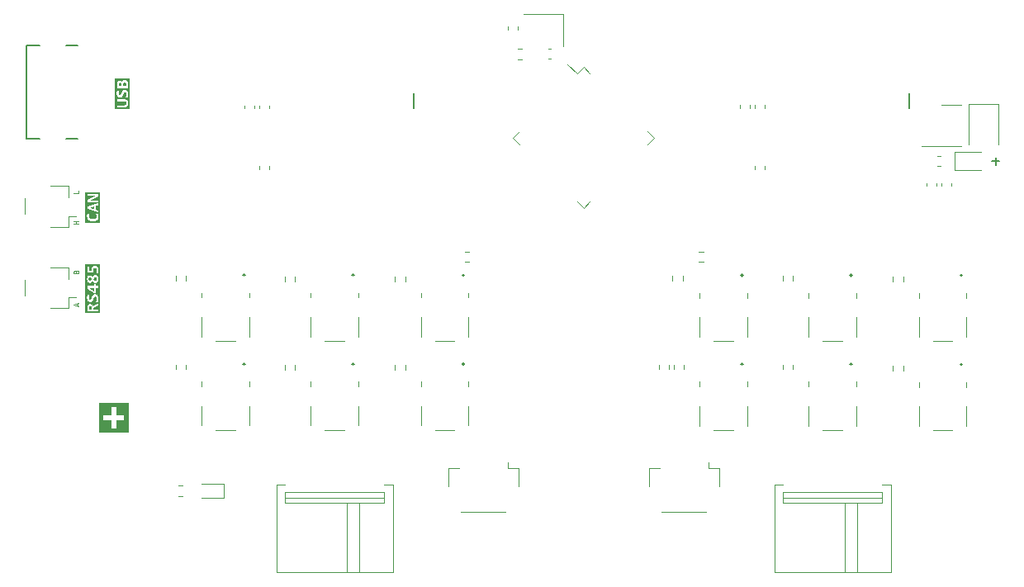
<source format=gbr>
%TF.GenerationSoftware,KiCad,Pcbnew,7.0.9*%
%TF.CreationDate,2024-01-31T13:13:56+08:00*%
%TF.ProjectId,MotorKit,4d6f746f-724b-4697-942e-6b696361645f,rev?*%
%TF.SameCoordinates,Original*%
%TF.FileFunction,Legend,Top*%
%TF.FilePolarity,Positive*%
%FSLAX46Y46*%
G04 Gerber Fmt 4.6, Leading zero omitted, Abs format (unit mm)*
G04 Created by KiCad (PCBNEW 7.0.9) date 2024-01-31 13:13:56*
%MOMM*%
%LPD*%
G01*
G04 APERTURE LIST*
%ADD10C,0.150000*%
%ADD11C,0.100000*%
%ADD12C,0.200000*%
%ADD13C,0.600000*%
%ADD14C,0.120000*%
G04 APERTURE END LIST*
D10*
X195154779Y-88896866D02*
X195916684Y-88896866D01*
X195535731Y-89277819D02*
X195535731Y-88515914D01*
D11*
X101533609Y-95319163D02*
X101033609Y-95319163D01*
X101271704Y-95319163D02*
X101271704Y-95033449D01*
X101533609Y-95033449D02*
X101033609Y-95033449D01*
X101271704Y-100232496D02*
X101295514Y-100161068D01*
X101295514Y-100161068D02*
X101319323Y-100137258D01*
X101319323Y-100137258D02*
X101366942Y-100113449D01*
X101366942Y-100113449D02*
X101438371Y-100113449D01*
X101438371Y-100113449D02*
X101485990Y-100137258D01*
X101485990Y-100137258D02*
X101509800Y-100161068D01*
X101509800Y-100161068D02*
X101533609Y-100208687D01*
X101533609Y-100208687D02*
X101533609Y-100399163D01*
X101533609Y-100399163D02*
X101033609Y-100399163D01*
X101033609Y-100399163D02*
X101033609Y-100232496D01*
X101033609Y-100232496D02*
X101057419Y-100184877D01*
X101057419Y-100184877D02*
X101081228Y-100161068D01*
X101081228Y-100161068D02*
X101128847Y-100137258D01*
X101128847Y-100137258D02*
X101176466Y-100137258D01*
X101176466Y-100137258D02*
X101224085Y-100161068D01*
X101224085Y-100161068D02*
X101247895Y-100184877D01*
X101247895Y-100184877D02*
X101271704Y-100232496D01*
X101271704Y-100232496D02*
X101271704Y-100399163D01*
X101533609Y-91906068D02*
X101533609Y-92144163D01*
X101533609Y-92144163D02*
X101033609Y-92144163D01*
D12*
G36*
X102750185Y-103759726D02*
G01*
X102764449Y-103760653D01*
X102778102Y-103762692D01*
X102791145Y-103765844D01*
X102803576Y-103770108D01*
X102815397Y-103775484D01*
X102819160Y-103777475D01*
X102829996Y-103784072D01*
X102840156Y-103791608D01*
X102849639Y-103800081D01*
X102858447Y-103809492D01*
X102866579Y-103819841D01*
X102871542Y-103827237D01*
X102878404Y-103839022D01*
X102884569Y-103851635D01*
X102890037Y-103865077D01*
X102894059Y-103876912D01*
X102897597Y-103889323D01*
X102898837Y-103894401D01*
X102901586Y-103907425D01*
X102903835Y-103920919D01*
X102905584Y-103934882D01*
X102906834Y-103949314D01*
X102907584Y-103964216D01*
X102907834Y-103979588D01*
X102907834Y-104066751D01*
X102590201Y-104066751D01*
X102590201Y-103972453D01*
X102590342Y-103959363D01*
X102590768Y-103946688D01*
X102591937Y-103928459D01*
X102593745Y-103911167D01*
X102596190Y-103894813D01*
X102599274Y-103879397D01*
X102602995Y-103864919D01*
X102607354Y-103851378D01*
X102612352Y-103838776D01*
X102617987Y-103827111D01*
X102626493Y-103813017D01*
X102628787Y-103809734D01*
X102638881Y-103797647D01*
X102650438Y-103787226D01*
X102663458Y-103778473D01*
X102677943Y-103771387D01*
X102689766Y-103767167D01*
X102702413Y-103763884D01*
X102715884Y-103761540D01*
X102730178Y-103760133D01*
X102745295Y-103759664D01*
X102750185Y-103759726D01*
G37*
G36*
X103126206Y-102198486D02*
G01*
X102614085Y-101874029D01*
X103126206Y-101874029D01*
X103126206Y-102198486D01*
G37*
G36*
X103274338Y-100786411D02*
G01*
X103287417Y-100787982D01*
X103299754Y-100790599D01*
X103313211Y-100794975D01*
X103325657Y-100800777D01*
X103332259Y-100804669D01*
X103343111Y-100812296D01*
X103353073Y-100820962D01*
X103362144Y-100830667D01*
X103370325Y-100841412D01*
X103376522Y-100851255D01*
X103382954Y-100863511D01*
X103388524Y-100876599D01*
X103392613Y-100888478D01*
X103396070Y-100900968D01*
X103397047Y-100905249D01*
X103399599Y-100918280D01*
X103401583Y-100931595D01*
X103403001Y-100945194D01*
X103403852Y-100959076D01*
X103404135Y-100973242D01*
X103403813Y-100988828D01*
X103402848Y-101003830D01*
X103401240Y-101018250D01*
X103398988Y-101032085D01*
X103396093Y-101045338D01*
X103392554Y-101058007D01*
X103388372Y-101070092D01*
X103383546Y-101081594D01*
X103376112Y-101096023D01*
X103367533Y-101109414D01*
X103365193Y-101112582D01*
X103355187Y-101124248D01*
X103344144Y-101134305D01*
X103332064Y-101142753D01*
X103318946Y-101149592D01*
X103304791Y-101154821D01*
X103289600Y-101158442D01*
X103273370Y-101160453D01*
X103260518Y-101160906D01*
X103258199Y-101160893D01*
X103244589Y-101160282D01*
X103231503Y-101158756D01*
X103218940Y-101156313D01*
X103206901Y-101152954D01*
X103193517Y-101147878D01*
X103184243Y-101143579D01*
X103171692Y-101136798D01*
X103159646Y-101129126D01*
X103148105Y-101120564D01*
X103138614Y-101112516D01*
X103135490Y-101109694D01*
X103126323Y-101100865D01*
X103117460Y-101091490D01*
X103108904Y-101081570D01*
X103100652Y-101071105D01*
X103092706Y-101060094D01*
X103090118Y-101056319D01*
X103082470Y-101044818D01*
X103074996Y-101033055D01*
X103067697Y-101021030D01*
X103060572Y-101008744D01*
X103053622Y-100996196D01*
X103056224Y-100990862D01*
X103062759Y-100977676D01*
X103069340Y-100964702D01*
X103075966Y-100951940D01*
X103082638Y-100939390D01*
X103089355Y-100927052D01*
X103096118Y-100914926D01*
X103102964Y-100903149D01*
X103109931Y-100891856D01*
X103117019Y-100881048D01*
X103124229Y-100870724D01*
X103133040Y-100858976D01*
X103142026Y-100847926D01*
X103145070Y-100844368D01*
X103154433Y-100834277D01*
X103164146Y-100825059D01*
X103174208Y-100816713D01*
X103184619Y-100809239D01*
X103195378Y-100802638D01*
X103199013Y-100800610D01*
X103210267Y-100795310D01*
X103222045Y-100791188D01*
X103234346Y-100788243D01*
X103247170Y-100786477D01*
X103260518Y-100785888D01*
X103274338Y-100786411D01*
G37*
G36*
X102678280Y-100800971D02*
G01*
X102692467Y-100802243D01*
X102706091Y-100804703D01*
X102719151Y-100808350D01*
X102731647Y-100813184D01*
X102738480Y-100816335D01*
X102750113Y-100822454D01*
X102761330Y-100829346D01*
X102772132Y-100837009D01*
X102782518Y-100845444D01*
X102789697Y-100851837D01*
X102799442Y-100861424D01*
X102808831Y-100871752D01*
X102817864Y-100882823D01*
X102825324Y-100892903D01*
X102827758Y-100896332D01*
X102834959Y-100906823D01*
X102842007Y-100917619D01*
X102848903Y-100928720D01*
X102855646Y-100940127D01*
X102862236Y-100951839D01*
X102859832Y-100956822D01*
X102853822Y-100969122D01*
X102847812Y-100981195D01*
X102841802Y-100993041D01*
X102840170Y-100996196D01*
X102835792Y-101004659D01*
X102829782Y-101016050D01*
X102823773Y-101027214D01*
X102821319Y-101031598D01*
X102813827Y-101044314D01*
X102806139Y-101056375D01*
X102798255Y-101067781D01*
X102790174Y-101078534D01*
X102781897Y-101088632D01*
X102776251Y-101094971D01*
X102766066Y-101105226D01*
X102755496Y-101114411D01*
X102744540Y-101122528D01*
X102733198Y-101129577D01*
X102726495Y-101133066D01*
X102714228Y-101138053D01*
X102701278Y-101141616D01*
X102687646Y-101143753D01*
X102673331Y-101144466D01*
X102658457Y-101143773D01*
X102644542Y-101141693D01*
X102631587Y-101138228D01*
X102619591Y-101133376D01*
X102608555Y-101127139D01*
X102598479Y-101119515D01*
X102589362Y-101110505D01*
X102581205Y-101100109D01*
X102579316Y-101097281D01*
X102572358Y-101085241D01*
X102566361Y-101072039D01*
X102561323Y-101057673D01*
X102557244Y-101042145D01*
X102554815Y-101029735D01*
X102552926Y-101016670D01*
X102551576Y-101002952D01*
X102550766Y-100988579D01*
X102550497Y-100973552D01*
X102550527Y-100968356D01*
X102550976Y-100953230D01*
X102551966Y-100938796D01*
X102553495Y-100925055D01*
X102555565Y-100912006D01*
X102558174Y-100899649D01*
X102562492Y-100884252D01*
X102567770Y-100870085D01*
X102574008Y-100857149D01*
X102581205Y-100845444D01*
X102587150Y-100837462D01*
X102595840Y-100828040D01*
X102605403Y-100820013D01*
X102618583Y-100811944D01*
X102630108Y-100807058D01*
X102642506Y-100803569D01*
X102655776Y-100801475D01*
X102669919Y-100800777D01*
X102678280Y-100800971D01*
G37*
G36*
X103744381Y-104462830D02*
G01*
X102210251Y-104462830D01*
X102210251Y-104281401D01*
X102411532Y-104281401D01*
X103543100Y-104281401D01*
X103543100Y-104066751D01*
X103066650Y-104066751D01*
X103066650Y-104025806D01*
X103066676Y-104022388D01*
X103067309Y-104008997D01*
X103068785Y-103996051D01*
X103071104Y-103983552D01*
X103074266Y-103971498D01*
X103079405Y-103957058D01*
X103085862Y-103943315D01*
X103093636Y-103930268D01*
X103097073Y-103925259D01*
X103106554Y-103913351D01*
X103117308Y-103902322D01*
X103126827Y-103894131D01*
X103137160Y-103886502D01*
X103148307Y-103879436D01*
X103160269Y-103872931D01*
X103173045Y-103866989D01*
X103543100Y-103706622D01*
X103543100Y-103454439D01*
X103157225Y-103636830D01*
X103152647Y-103639001D01*
X103139341Y-103645520D01*
X103126678Y-103652044D01*
X103114659Y-103658573D01*
X103103283Y-103665108D01*
X103092551Y-103671648D01*
X103079242Y-103680377D01*
X103067077Y-103689116D01*
X103056055Y-103697864D01*
X103046178Y-103706622D01*
X103041638Y-103710992D01*
X103031273Y-103722163D01*
X103022317Y-103733681D01*
X103014770Y-103745548D01*
X103008632Y-103757763D01*
X103003901Y-103770327D01*
X103000580Y-103783239D01*
X102998210Y-103769871D01*
X102995442Y-103756756D01*
X102992278Y-103743893D01*
X102988715Y-103731282D01*
X102984756Y-103718923D01*
X102980398Y-103706816D01*
X102975644Y-103694961D01*
X102970492Y-103683358D01*
X102966361Y-103674865D01*
X102960490Y-103663897D01*
X102952564Y-103650759D01*
X102943987Y-103638258D01*
X102934758Y-103626392D01*
X102924879Y-103615163D01*
X102914348Y-103604570D01*
X102905454Y-103596505D01*
X102893751Y-103587078D01*
X102881396Y-103578378D01*
X102868390Y-103570406D01*
X102854733Y-103563160D01*
X102843339Y-103557887D01*
X102831527Y-103553079D01*
X102819289Y-103548789D01*
X102806615Y-103545072D01*
X102793505Y-103541926D01*
X102779958Y-103539353D01*
X102765976Y-103537351D01*
X102751557Y-103535921D01*
X102736702Y-103535064D01*
X102721410Y-103534778D01*
X102710812Y-103534891D01*
X102695300Y-103535489D01*
X102680252Y-103536600D01*
X102665668Y-103538223D01*
X102651547Y-103540359D01*
X102637889Y-103543007D01*
X102624695Y-103546167D01*
X102611964Y-103549841D01*
X102599697Y-103554026D01*
X102587893Y-103558724D01*
X102576552Y-103563935D01*
X102562017Y-103571617D01*
X102548190Y-103580084D01*
X102535070Y-103589337D01*
X102522657Y-103599374D01*
X102510952Y-103610197D01*
X102499955Y-103621805D01*
X102489666Y-103634198D01*
X102480084Y-103647376D01*
X102475552Y-103654212D01*
X102469064Y-103664803D01*
X102462946Y-103675797D01*
X102457199Y-103687195D01*
X102451823Y-103698996D01*
X102446817Y-103711200D01*
X102442183Y-103723808D01*
X102437919Y-103736820D01*
X102434026Y-103750235D01*
X102430503Y-103764053D01*
X102427352Y-103778275D01*
X102425436Y-103787922D01*
X102422794Y-103802650D01*
X102420431Y-103817689D01*
X102418345Y-103833039D01*
X102416538Y-103848699D01*
X102415008Y-103864671D01*
X102413757Y-103880953D01*
X102412784Y-103897546D01*
X102412088Y-103914449D01*
X102411671Y-103931664D01*
X102411532Y-103949189D01*
X102411532Y-104066751D01*
X102411532Y-104281401D01*
X102210251Y-104281401D01*
X102210251Y-102887104D01*
X102391680Y-102887104D01*
X102391706Y-102894322D01*
X102391912Y-102908559D01*
X102392324Y-102922532D01*
X102392942Y-102936241D01*
X102393766Y-102949686D01*
X102394796Y-102962866D01*
X102396032Y-102975783D01*
X102397473Y-102988435D01*
X102399121Y-103000823D01*
X102401979Y-103018910D01*
X102405301Y-103036403D01*
X102409086Y-103053301D01*
X102413334Y-103069605D01*
X102418046Y-103085315D01*
X102421413Y-103095436D01*
X102426732Y-103110186D01*
X102432373Y-103124418D01*
X102438335Y-103138132D01*
X102444619Y-103151328D01*
X102451225Y-103164006D01*
X102458153Y-103176166D01*
X102465402Y-103187808D01*
X102472972Y-103198932D01*
X102480865Y-103209538D01*
X102489079Y-103219626D01*
X102494722Y-103226032D01*
X102503409Y-103235237D01*
X102512363Y-103243957D01*
X102524717Y-103254828D01*
X102537546Y-103264836D01*
X102550850Y-103273982D01*
X102564630Y-103282265D01*
X102578884Y-103289685D01*
X102593613Y-103296243D01*
X102597342Y-103297750D01*
X102612398Y-103303302D01*
X102627677Y-103308088D01*
X102643180Y-103312109D01*
X102658905Y-103315363D01*
X102674853Y-103317852D01*
X102691024Y-103319575D01*
X102707418Y-103320532D01*
X102719859Y-103320748D01*
X102733339Y-103320538D01*
X102746442Y-103319908D01*
X102759169Y-103318858D01*
X102771520Y-103317389D01*
X102787403Y-103314776D01*
X102802617Y-103311418D01*
X102817162Y-103307313D01*
X102831038Y-103302461D01*
X102844245Y-103296863D01*
X102856900Y-103290582D01*
X102869118Y-103283835D01*
X102880901Y-103276623D01*
X102892247Y-103268946D01*
X102903157Y-103260804D01*
X102913630Y-103252196D01*
X102923668Y-103243123D01*
X102933269Y-103233585D01*
X102942386Y-103223571D01*
X102951124Y-103213229D01*
X102959485Y-103202556D01*
X102967467Y-103191554D01*
X102975072Y-103180223D01*
X102982298Y-103168561D01*
X102989147Y-103156571D01*
X102995617Y-103144250D01*
X103001816Y-103131664D01*
X103007850Y-103119028D01*
X103013719Y-103106344D01*
X103019424Y-103093612D01*
X103024964Y-103080831D01*
X103030339Y-103068002D01*
X103035549Y-103055125D01*
X103040594Y-103042198D01*
X103045519Y-103029204D01*
X103050365Y-103016278D01*
X103055134Y-103003420D01*
X103059826Y-102990630D01*
X103064440Y-102977907D01*
X103068977Y-102965252D01*
X103073435Y-102952665D01*
X103077817Y-102940146D01*
X103082227Y-102927758D01*
X103086774Y-102915719D01*
X103091455Y-102904029D01*
X103097499Y-102889907D01*
X103103754Y-102876330D01*
X103110221Y-102863298D01*
X103116901Y-102850812D01*
X103123756Y-102838880D01*
X103130944Y-102827706D01*
X103138465Y-102817288D01*
X103146320Y-102807628D01*
X103156185Y-102797036D01*
X103166531Y-102787534D01*
X103171941Y-102783210D01*
X103183464Y-102775838D01*
X103195924Y-102770167D01*
X103209323Y-102766198D01*
X103223660Y-102763930D01*
X103236323Y-102763339D01*
X103250146Y-102764114D01*
X103263387Y-102766441D01*
X103276047Y-102770318D01*
X103288125Y-102775747D01*
X103291008Y-102777317D01*
X103302059Y-102784761D01*
X103312334Y-102794067D01*
X103320688Y-102803736D01*
X103328449Y-102814830D01*
X103332525Y-102821824D01*
X103338221Y-102833242D01*
X103343416Y-102845772D01*
X103348109Y-102859414D01*
X103351636Y-102871632D01*
X103354815Y-102884623D01*
X103355980Y-102890044D01*
X103358562Y-102904211D01*
X103360675Y-102919257D01*
X103362027Y-102931926D01*
X103363079Y-102945158D01*
X103363830Y-102958952D01*
X103364281Y-102973307D01*
X103364431Y-102988226D01*
X103364413Y-102993355D01*
X103364208Y-103006273D01*
X103363777Y-103019327D01*
X103363118Y-103032517D01*
X103362232Y-103045844D01*
X103361119Y-103059308D01*
X103359778Y-103072907D01*
X103359183Y-103078375D01*
X103357579Y-103092057D01*
X103355809Y-103105753D01*
X103353872Y-103119465D01*
X103351768Y-103133191D01*
X103349497Y-103146933D01*
X103347060Y-103160690D01*
X103346041Y-103166195D01*
X103343398Y-103179946D01*
X103340619Y-103193682D01*
X103337704Y-103207402D01*
X103334652Y-103221108D01*
X103331463Y-103234798D01*
X103328139Y-103248474D01*
X103326776Y-103253889D01*
X103323315Y-103267309D01*
X103319778Y-103280564D01*
X103316166Y-103293651D01*
X103312478Y-103306572D01*
X103308714Y-103319327D01*
X103304875Y-103331914D01*
X103523247Y-103331914D01*
X103525874Y-103321671D01*
X103529633Y-103306278D01*
X103533173Y-103290853D01*
X103536496Y-103275395D01*
X103539600Y-103259905D01*
X103542486Y-103244381D01*
X103545154Y-103228825D01*
X103547605Y-103213236D01*
X103549836Y-103197615D01*
X103551850Y-103181961D01*
X103553646Y-103166274D01*
X103554773Y-103155781D01*
X103556327Y-103139950D01*
X103557717Y-103124011D01*
X103558944Y-103107962D01*
X103560007Y-103091804D01*
X103560907Y-103075538D01*
X103561643Y-103059162D01*
X103562215Y-103042677D01*
X103562624Y-103026083D01*
X103562870Y-103009380D01*
X103562952Y-102992568D01*
X103562867Y-102979990D01*
X103562421Y-102961354D01*
X103561594Y-102942996D01*
X103560386Y-102924917D01*
X103558796Y-102907115D01*
X103556824Y-102889591D01*
X103554470Y-102872346D01*
X103551734Y-102855379D01*
X103548617Y-102838689D01*
X103545119Y-102822278D01*
X103541238Y-102806145D01*
X103538436Y-102795536D01*
X103533900Y-102779967D01*
X103528967Y-102764812D01*
X103523635Y-102750072D01*
X103517905Y-102735747D01*
X103511777Y-102721836D01*
X103505252Y-102708339D01*
X103498328Y-102695256D01*
X103491006Y-102682588D01*
X103483286Y-102670335D01*
X103475168Y-102658495D01*
X103469492Y-102650848D01*
X103460627Y-102639783D01*
X103451342Y-102629202D01*
X103441637Y-102619107D01*
X103431513Y-102609496D01*
X103420969Y-102600372D01*
X103410004Y-102591732D01*
X103398620Y-102583578D01*
X103386817Y-102575909D01*
X103374593Y-102568725D01*
X103361949Y-102562027D01*
X103353286Y-102557857D01*
X103339936Y-102552108D01*
X103326161Y-102546963D01*
X103311961Y-102542424D01*
X103297336Y-102538490D01*
X103282285Y-102535161D01*
X103266809Y-102532438D01*
X103250907Y-102530319D01*
X103234581Y-102528806D01*
X103217829Y-102527898D01*
X103200651Y-102527596D01*
X103196346Y-102527619D01*
X103183649Y-102527974D01*
X103167229Y-102529108D01*
X103151390Y-102530998D01*
X103136132Y-102533644D01*
X103121457Y-102537047D01*
X103107362Y-102541205D01*
X103093850Y-102546120D01*
X103080919Y-102551790D01*
X103068414Y-102558009D01*
X103056336Y-102564721D01*
X103044685Y-102571929D01*
X103033460Y-102579630D01*
X103022661Y-102587826D01*
X103012290Y-102596516D01*
X103002344Y-102605700D01*
X102992825Y-102615379D01*
X102983694Y-102625470D01*
X102974912Y-102635890D01*
X102966479Y-102646640D01*
X102958394Y-102657720D01*
X102950659Y-102669129D01*
X102943273Y-102680868D01*
X102936235Y-102692936D01*
X102929547Y-102705334D01*
X102923125Y-102717867D01*
X102916887Y-102730498D01*
X102910834Y-102743225D01*
X102904964Y-102756050D01*
X102899279Y-102768971D01*
X102893778Y-102781989D01*
X102888461Y-102795104D01*
X102883329Y-102808316D01*
X102878254Y-102821461D01*
X102873267Y-102834527D01*
X102868367Y-102847516D01*
X102863554Y-102860428D01*
X102858829Y-102873262D01*
X102854190Y-102886019D01*
X102849639Y-102898697D01*
X102845176Y-102911299D01*
X102840712Y-102923624D01*
X102836161Y-102935629D01*
X102831522Y-102947315D01*
X102825602Y-102961472D01*
X102819545Y-102975129D01*
X102813352Y-102988286D01*
X102807022Y-103000943D01*
X102801827Y-103010627D01*
X102795114Y-103022050D01*
X102788159Y-103032716D01*
X102779493Y-103044515D01*
X102770478Y-103055224D01*
X102761115Y-103064842D01*
X102751216Y-103072959D01*
X102738759Y-103080306D01*
X102725322Y-103085368D01*
X102713024Y-103087887D01*
X102700007Y-103088727D01*
X102698171Y-103088716D01*
X102685603Y-103088029D01*
X102671858Y-103085935D01*
X102658772Y-103082445D01*
X102646345Y-103077560D01*
X102644840Y-103076829D01*
X102633349Y-103070024D01*
X102622827Y-103061514D01*
X102613274Y-103051297D01*
X102605710Y-103040958D01*
X102604690Y-103039354D01*
X102597936Y-103027367D01*
X102592691Y-103016030D01*
X102587947Y-103003711D01*
X102583705Y-102990410D01*
X102579964Y-102976128D01*
X102577194Y-102963401D01*
X102574894Y-102949841D01*
X102573062Y-102935448D01*
X102571701Y-102920222D01*
X102570950Y-102907441D01*
X102570499Y-102894127D01*
X102570349Y-102880280D01*
X102570352Y-102878241D01*
X102570542Y-102863801D01*
X102570942Y-102851188D01*
X102571560Y-102838356D01*
X102572396Y-102825306D01*
X102573451Y-102812039D01*
X102573810Y-102807581D01*
X102575021Y-102794222D01*
X102576428Y-102780885D01*
X102578031Y-102767570D01*
X102579830Y-102754277D01*
X102581826Y-102741005D01*
X102582492Y-102736594D01*
X102584579Y-102723460D01*
X102586796Y-102710480D01*
X102589144Y-102697652D01*
X102591623Y-102684976D01*
X102594233Y-102672454D01*
X102596041Y-102664239D01*
X102599321Y-102650259D01*
X102602750Y-102636783D01*
X102606327Y-102623813D01*
X102610053Y-102611347D01*
X102411532Y-102611347D01*
X102410369Y-102620215D01*
X102408740Y-102633113D01*
X102407112Y-102646576D01*
X102405483Y-102660602D01*
X102404088Y-102673074D01*
X102403627Y-102677273D01*
X102402304Y-102689999D01*
X102401068Y-102702921D01*
X102399919Y-102716040D01*
X102398858Y-102729355D01*
X102397884Y-102742867D01*
X102397540Y-102747369D01*
X102396566Y-102760935D01*
X102395679Y-102774588D01*
X102394879Y-102788329D01*
X102394166Y-102802156D01*
X102393541Y-102816071D01*
X102393316Y-102820674D01*
X102392727Y-102834353D01*
X102392269Y-102847835D01*
X102391942Y-102861121D01*
X102391746Y-102874211D01*
X102391680Y-102887104D01*
X102210251Y-102887104D01*
X102210251Y-101962122D01*
X102411532Y-101962122D01*
X103131479Y-102406933D01*
X103304875Y-102406933D01*
X103304875Y-101876510D01*
X103543100Y-101876510D01*
X103543100Y-101668994D01*
X103304875Y-101668994D01*
X103304875Y-101496219D01*
X103126206Y-101496219D01*
X103126206Y-101668994D01*
X102411532Y-101668994D01*
X102411532Y-101874029D01*
X102411532Y-101962122D01*
X102210251Y-101962122D01*
X102210251Y-100968279D01*
X102391680Y-100968279D01*
X102391720Y-100973552D01*
X102391772Y-100980279D01*
X102392256Y-100997916D01*
X102393153Y-101015117D01*
X102394466Y-101031882D01*
X102396192Y-101048210D01*
X102398333Y-101064103D01*
X102400889Y-101079559D01*
X102403859Y-101094579D01*
X102407243Y-101109162D01*
X102411041Y-101123310D01*
X102415254Y-101137021D01*
X102418230Y-101145921D01*
X102422949Y-101158912D01*
X102427972Y-101171471D01*
X102433301Y-101183601D01*
X102438935Y-101195299D01*
X102444875Y-101206567D01*
X102451120Y-101217404D01*
X102459922Y-101231183D01*
X102469266Y-101244196D01*
X102479153Y-101256444D01*
X102489525Y-101267945D01*
X102500324Y-101278719D01*
X102511549Y-101288766D01*
X102523200Y-101298086D01*
X102535278Y-101306680D01*
X102547782Y-101314546D01*
X102560713Y-101321685D01*
X102574071Y-101328097D01*
X102587685Y-101333695D01*
X102601542Y-101338547D01*
X102615641Y-101342652D01*
X102629982Y-101346011D01*
X102644566Y-101348623D01*
X102659392Y-101350489D01*
X102674460Y-101351609D01*
X102689771Y-101351982D01*
X102699560Y-101351848D01*
X102712307Y-101351254D01*
X102727750Y-101349844D01*
X102742647Y-101347692D01*
X102757000Y-101344798D01*
X102770807Y-101341161D01*
X102784068Y-101336782D01*
X102789234Y-101334840D01*
X102801882Y-101329613D01*
X102814152Y-101323856D01*
X102826043Y-101317569D01*
X102837555Y-101310752D01*
X102848689Y-101303405D01*
X102859444Y-101295527D01*
X102863644Y-101292200D01*
X102873910Y-101283606D01*
X102883842Y-101274619D01*
X102893442Y-101265237D01*
X102902708Y-101255462D01*
X102911641Y-101245293D01*
X102920241Y-101234730D01*
X102923560Y-101230407D01*
X102931719Y-101219429D01*
X102939681Y-101208209D01*
X102947447Y-101196747D01*
X102955015Y-101185042D01*
X102962386Y-101173095D01*
X102969561Y-101160906D01*
X102975910Y-101171762D01*
X102982395Y-101182464D01*
X102989016Y-101193010D01*
X102997482Y-101205975D01*
X103006161Y-101218698D01*
X103015052Y-101231178D01*
X103024154Y-101243416D01*
X103027868Y-101248227D01*
X103037418Y-101259949D01*
X103047346Y-101271231D01*
X103057653Y-101282074D01*
X103068338Y-101292478D01*
X103079402Y-101302442D01*
X103090845Y-101311967D01*
X103095530Y-101315602D01*
X103107530Y-101324266D01*
X103119939Y-101332324D01*
X103132757Y-101339775D01*
X103145984Y-101346621D01*
X103159620Y-101352861D01*
X103173665Y-101358496D01*
X103185186Y-101362494D01*
X103197104Y-101365960D01*
X103209419Y-101368892D01*
X103222132Y-101371291D01*
X103235242Y-101373157D01*
X103248750Y-101374490D01*
X103262655Y-101375289D01*
X103276958Y-101375556D01*
X103293054Y-101375154D01*
X103308772Y-101373947D01*
X103324111Y-101371936D01*
X103339073Y-101369120D01*
X103353657Y-101365499D01*
X103367862Y-101361074D01*
X103381690Y-101355845D01*
X103395140Y-101349810D01*
X103408080Y-101342996D01*
X103420536Y-101335425D01*
X103432508Y-101327099D01*
X103443994Y-101318016D01*
X103454996Y-101308177D01*
X103465514Y-101297582D01*
X103475546Y-101286231D01*
X103485094Y-101274124D01*
X103491926Y-101264495D01*
X103500578Y-101251012D01*
X103508706Y-101236792D01*
X103514458Y-101225643D01*
X103519916Y-101214080D01*
X103525079Y-101202103D01*
X103529949Y-101189711D01*
X103534523Y-101176905D01*
X103538804Y-101163684D01*
X103542789Y-101150049D01*
X103545231Y-101140735D01*
X103548598Y-101126441D01*
X103551610Y-101111760D01*
X103554268Y-101096692D01*
X103556572Y-101081237D01*
X103558521Y-101065395D01*
X103560116Y-101049165D01*
X103561357Y-101032549D01*
X103562243Y-101015545D01*
X103562774Y-100998154D01*
X103562952Y-100980376D01*
X103562874Y-100969643D01*
X103562467Y-100953716D01*
X103561711Y-100937996D01*
X103560606Y-100922484D01*
X103559152Y-100907179D01*
X103557349Y-100892081D01*
X103555197Y-100877190D01*
X103552696Y-100862506D01*
X103549846Y-100848030D01*
X103546647Y-100833760D01*
X103543100Y-100819698D01*
X103540540Y-100810429D01*
X103536411Y-100796807D01*
X103531933Y-100783523D01*
X103527105Y-100770577D01*
X103521929Y-100757968D01*
X103516404Y-100745698D01*
X103510530Y-100733766D01*
X103504307Y-100722173D01*
X103497734Y-100710917D01*
X103490813Y-100699999D01*
X103483543Y-100689419D01*
X103481024Y-100685973D01*
X103473244Y-100675916D01*
X103465132Y-100666285D01*
X103456687Y-100657080D01*
X103447909Y-100648299D01*
X103435688Y-100637254D01*
X103422876Y-100626964D01*
X103409472Y-100617431D01*
X103395477Y-100608653D01*
X103384593Y-100602566D01*
X103377155Y-100598773D01*
X103365729Y-100593541D01*
X103353982Y-100588860D01*
X103341912Y-100584730D01*
X103329521Y-100581150D01*
X103316809Y-100578121D01*
X103303775Y-100575643D01*
X103290419Y-100573716D01*
X103276741Y-100572339D01*
X103262742Y-100571513D01*
X103248421Y-100571237D01*
X103233885Y-100571504D01*
X103219747Y-100572304D01*
X103206007Y-100573637D01*
X103192664Y-100575503D01*
X103179719Y-100577902D01*
X103167171Y-100580834D01*
X103155020Y-100584299D01*
X103143267Y-100588298D01*
X103137489Y-100590478D01*
X103123385Y-100596341D01*
X103109766Y-100602794D01*
X103096632Y-100609839D01*
X103083982Y-100617474D01*
X103071817Y-100625699D01*
X103060136Y-100634516D01*
X103055556Y-100638198D01*
X103044403Y-100647733D01*
X103033673Y-100657736D01*
X103023368Y-100668210D01*
X103013487Y-100679153D01*
X103004030Y-100690565D01*
X102994997Y-100702447D01*
X102991488Y-100707310D01*
X102982885Y-100719604D01*
X102974524Y-100732094D01*
X102966406Y-100744782D01*
X102958530Y-100757667D01*
X102950897Y-100770748D01*
X102943505Y-100784027D01*
X102940465Y-100779158D01*
X102932727Y-100767135D01*
X102924792Y-100755325D01*
X102916660Y-100743726D01*
X102908332Y-100732339D01*
X102899806Y-100721164D01*
X102891083Y-100710202D01*
X102887528Y-100705859D01*
X102878408Y-100695342D01*
X102868953Y-100685309D01*
X102859166Y-100675761D01*
X102849046Y-100666698D01*
X102838592Y-100658119D01*
X102827805Y-100650025D01*
X102823392Y-100646887D01*
X102812084Y-100639402D01*
X102800382Y-100632432D01*
X102788287Y-100625977D01*
X102775798Y-100620036D01*
X102762914Y-100614611D01*
X102749638Y-100609701D01*
X102735817Y-100605412D01*
X102721496Y-100601849D01*
X102706676Y-100599014D01*
X102691356Y-100596906D01*
X102678740Y-100595742D01*
X102665804Y-100595044D01*
X102652549Y-100594812D01*
X102638202Y-100595200D01*
X102624166Y-100596363D01*
X102610440Y-100598301D01*
X102597025Y-100601016D01*
X102583919Y-100604505D01*
X102571124Y-100608770D01*
X102558639Y-100613811D01*
X102546464Y-100619627D01*
X102534653Y-100626189D01*
X102523258Y-100633469D01*
X102512280Y-100641466D01*
X102501719Y-100650180D01*
X102491575Y-100659612D01*
X102481848Y-100669761D01*
X102472537Y-100680627D01*
X102463644Y-100692211D01*
X102455211Y-100704425D01*
X102447281Y-100717336D01*
X102439856Y-100730946D01*
X102432935Y-100745253D01*
X102426518Y-100760259D01*
X102422036Y-100771971D01*
X102417838Y-100784075D01*
X102413923Y-100796572D01*
X102410291Y-100809462D01*
X102408038Y-100818261D01*
X102404930Y-100831742D01*
X102402149Y-100845560D01*
X102399695Y-100859717D01*
X102397569Y-100874212D01*
X102395769Y-100889044D01*
X102394297Y-100904215D01*
X102393152Y-100919724D01*
X102392334Y-100935571D01*
X102391844Y-100951756D01*
X102391680Y-100968279D01*
X102210251Y-100968279D01*
X102210251Y-100331152D01*
X102411532Y-100331152D01*
X103026946Y-100331152D01*
X103026946Y-100107816D01*
X103026988Y-100099013D01*
X103027328Y-100081868D01*
X103028006Y-100065336D01*
X103029024Y-100049417D01*
X103030381Y-100034111D01*
X103032077Y-100019419D01*
X103034113Y-100005339D01*
X103036488Y-99991872D01*
X103039202Y-99979019D01*
X103043909Y-99960888D01*
X103049380Y-99944137D01*
X103055614Y-99928766D01*
X103062612Y-99914774D01*
X103070372Y-99902161D01*
X103075940Y-99894423D01*
X103084959Y-99883753D01*
X103094780Y-99874205D01*
X103105403Y-99865781D01*
X103116827Y-99858480D01*
X103129052Y-99852303D01*
X103142079Y-99847248D01*
X103155908Y-99843317D01*
X103170538Y-99840509D01*
X103185969Y-99838824D01*
X103202202Y-99838262D01*
X103212759Y-99838530D01*
X103228047Y-99839936D01*
X103242682Y-99842547D01*
X103256662Y-99846363D01*
X103269988Y-99851383D01*
X103282660Y-99857609D01*
X103294677Y-99865040D01*
X103306040Y-99873676D01*
X103316749Y-99883517D01*
X103326804Y-99894563D01*
X103336204Y-99906814D01*
X103342026Y-99915589D01*
X103350055Y-99929669D01*
X103357238Y-99944851D01*
X103363577Y-99961134D01*
X103369070Y-99978518D01*
X103372263Y-99990720D01*
X103375080Y-100003411D01*
X103377522Y-100016591D01*
X103379588Y-100030262D01*
X103381278Y-100044421D01*
X103382593Y-100059070D01*
X103383532Y-100074209D01*
X103384095Y-100089837D01*
X103384283Y-100105955D01*
X103384237Y-100118551D01*
X103384098Y-100131098D01*
X103383866Y-100143596D01*
X103383541Y-100156045D01*
X103382965Y-100172568D01*
X103382223Y-100189003D01*
X103381317Y-100205351D01*
X103380246Y-100221611D01*
X103379010Y-100237785D01*
X103377561Y-100253682D01*
X103376005Y-100269114D01*
X103374342Y-100284081D01*
X103372573Y-100298582D01*
X103370698Y-100312618D01*
X103368715Y-100326189D01*
X103366627Y-100339294D01*
X103364431Y-100351934D01*
X103543100Y-100351934D01*
X103543602Y-100348739D01*
X103545589Y-100335643D01*
X103547538Y-100322043D01*
X103549211Y-100309730D01*
X103550854Y-100297031D01*
X103551765Y-100289562D01*
X103553267Y-100276375D01*
X103554649Y-100263040D01*
X103555913Y-100249556D01*
X103557058Y-100235924D01*
X103557664Y-100228106D01*
X103558654Y-100214495D01*
X103559555Y-100200973D01*
X103560367Y-100187540D01*
X103561090Y-100174196D01*
X103561316Y-100170372D01*
X103561990Y-100157217D01*
X103562486Y-100144418D01*
X103562835Y-100130227D01*
X103562952Y-100116501D01*
X103562855Y-100103031D01*
X103562564Y-100089684D01*
X103562079Y-100076461D01*
X103561401Y-100063362D01*
X103560528Y-100050386D01*
X103559462Y-100037534D01*
X103558202Y-100024805D01*
X103556748Y-100012200D01*
X103555100Y-99999719D01*
X103553258Y-99987361D01*
X103550132Y-99969056D01*
X103546570Y-99951029D01*
X103542571Y-99933280D01*
X103538136Y-99915809D01*
X103534906Y-99904351D01*
X103529724Y-99887521D01*
X103524139Y-99871123D01*
X103518151Y-99855155D01*
X103511758Y-99839618D01*
X103504963Y-99824512D01*
X103497764Y-99809836D01*
X103490161Y-99795592D01*
X103482155Y-99781778D01*
X103473745Y-99768394D01*
X103464932Y-99755442D01*
X103458836Y-99747029D01*
X103449370Y-99734851D01*
X103439516Y-99723202D01*
X103429275Y-99712081D01*
X103418647Y-99701490D01*
X103407632Y-99691427D01*
X103396230Y-99681893D01*
X103384441Y-99672888D01*
X103372264Y-99664413D01*
X103359701Y-99656465D01*
X103346750Y-99649047D01*
X103337909Y-99644390D01*
X103324351Y-99637967D01*
X103310439Y-99632220D01*
X103296172Y-99627149D01*
X103281551Y-99622754D01*
X103266576Y-99619035D01*
X103251246Y-99615993D01*
X103235562Y-99613626D01*
X103219523Y-99611936D01*
X103203130Y-99610922D01*
X103186383Y-99610584D01*
X103174033Y-99610726D01*
X103156018Y-99611470D01*
X103138614Y-99612852D01*
X103121820Y-99614872D01*
X103105637Y-99617530D01*
X103090064Y-99620827D01*
X103075103Y-99624761D01*
X103060752Y-99629332D01*
X103047011Y-99634542D01*
X103033882Y-99640390D01*
X103021363Y-99646876D01*
X103013288Y-99651471D01*
X103001576Y-99658726D01*
X102990344Y-99666418D01*
X102979591Y-99674546D01*
X102969319Y-99683110D01*
X102959526Y-99692110D01*
X102950213Y-99701547D01*
X102941380Y-99711419D01*
X102933027Y-99721728D01*
X102925153Y-99732473D01*
X102917760Y-99743655D01*
X102913041Y-99751290D01*
X102906300Y-99763019D01*
X102899963Y-99775081D01*
X102894028Y-99787475D01*
X102888498Y-99800202D01*
X102883371Y-99813262D01*
X102878647Y-99826654D01*
X102874327Y-99840379D01*
X102870410Y-99854437D01*
X102866897Y-99868827D01*
X102863787Y-99883550D01*
X102861909Y-99893506D01*
X102859319Y-99908554D01*
X102857001Y-99923739D01*
X102854957Y-99939059D01*
X102853185Y-99954516D01*
X102851685Y-99970110D01*
X102850458Y-99985839D01*
X102849504Y-100001705D01*
X102848823Y-100017707D01*
X102848414Y-100033846D01*
X102848277Y-100050121D01*
X102848277Y-100132011D01*
X102610053Y-100132011D01*
X102610053Y-99673242D01*
X102411532Y-99673242D01*
X102411532Y-100331152D01*
X102210251Y-100331152D01*
X102210251Y-99429155D01*
X103744381Y-99429155D01*
X103744381Y-104462830D01*
G37*
D13*
G36*
X106648795Y-116713106D02*
G01*
X103600022Y-116713106D01*
X103600022Y-115405607D01*
X104057165Y-115405607D01*
X104877039Y-115405607D01*
X104877039Y-116255963D01*
X105371778Y-116255963D01*
X105371778Y-115405607D01*
X106191652Y-115405607D01*
X106191652Y-114955418D01*
X105371778Y-114955418D01*
X105371778Y-114105062D01*
X104877039Y-114105062D01*
X104877039Y-114955418D01*
X104057165Y-114955418D01*
X104057165Y-115405607D01*
X103600022Y-115405607D01*
X103600022Y-113647919D01*
X106648795Y-113647919D01*
X106648795Y-116713106D01*
G37*
D11*
X101390752Y-103724972D02*
X101390752Y-103486877D01*
X101533609Y-103772591D02*
X101033609Y-103605925D01*
X101033609Y-103605925D02*
X101533609Y-103439258D01*
D12*
G36*
X103146058Y-93814004D02*
G01*
X102605710Y-93664183D01*
X103146058Y-93515913D01*
X103146058Y-93814004D01*
G37*
G36*
X103744381Y-95232775D02*
G01*
X102210251Y-95232775D01*
X102210251Y-94526197D01*
X102391680Y-94526197D01*
X102391839Y-94541264D01*
X102392315Y-94556145D01*
X102393109Y-94570839D01*
X102394220Y-94585346D01*
X102395648Y-94599667D01*
X102397394Y-94613801D01*
X102399458Y-94627749D01*
X102401839Y-94641510D01*
X102404537Y-94655084D01*
X102407553Y-94668472D01*
X102410886Y-94681673D01*
X102414537Y-94694687D01*
X102418505Y-94707515D01*
X102422791Y-94720157D01*
X102427394Y-94732612D01*
X102432315Y-94744880D01*
X102437500Y-94756903D01*
X102442973Y-94768701D01*
X102448734Y-94780274D01*
X102454784Y-94791621D01*
X102461122Y-94802743D01*
X102467749Y-94813640D01*
X102474664Y-94824311D01*
X102481867Y-94834757D01*
X102489359Y-94844977D01*
X102497139Y-94854972D01*
X102505208Y-94864742D01*
X102513565Y-94874287D01*
X102522210Y-94883606D01*
X102531144Y-94892699D01*
X102540366Y-94901567D01*
X102549876Y-94910210D01*
X102559668Y-94918579D01*
X102569733Y-94926704D01*
X102580072Y-94934583D01*
X102590685Y-94942218D01*
X102601572Y-94949608D01*
X102612733Y-94956753D01*
X102624168Y-94963654D01*
X102635876Y-94970309D01*
X102647858Y-94976720D01*
X102660114Y-94982886D01*
X102672644Y-94988808D01*
X102685448Y-94994485D01*
X102698526Y-94999916D01*
X102711877Y-95005104D01*
X102725502Y-95010046D01*
X102739401Y-95014744D01*
X102753523Y-95019176D01*
X102767895Y-95023322D01*
X102782516Y-95027183D01*
X102797387Y-95030757D01*
X102812508Y-95034046D01*
X102827878Y-95037048D01*
X102843497Y-95039765D01*
X102859367Y-95042195D01*
X102875486Y-95044340D01*
X102891854Y-95046199D01*
X102908472Y-95047772D01*
X102925340Y-95049058D01*
X102942457Y-95050059D01*
X102959824Y-95050774D01*
X102977441Y-95051203D01*
X102995307Y-95051346D01*
X103012699Y-95051215D01*
X103029825Y-95050823D01*
X103046684Y-95050168D01*
X103063277Y-95049252D01*
X103079603Y-95048074D01*
X103095662Y-95046635D01*
X103111455Y-95044934D01*
X103126982Y-95042971D01*
X103142242Y-95040746D01*
X103157235Y-95038260D01*
X103171961Y-95035512D01*
X103186422Y-95032502D01*
X103200615Y-95029231D01*
X103214542Y-95025697D01*
X103228203Y-95021902D01*
X103241596Y-95017846D01*
X103254722Y-95013498D01*
X103267579Y-95008908D01*
X103280168Y-95004076D01*
X103292487Y-94999002D01*
X103304537Y-94993685D01*
X103316318Y-94988126D01*
X103327830Y-94982324D01*
X103339073Y-94976280D01*
X103350047Y-94969994D01*
X103360752Y-94963466D01*
X103376306Y-94953219D01*
X103391254Y-94942426D01*
X103405597Y-94931089D01*
X103419334Y-94919206D01*
X103423759Y-94915106D01*
X103436622Y-94902460D01*
X103448870Y-94889297D01*
X103460501Y-94875616D01*
X103471516Y-94861416D01*
X103481915Y-94846699D01*
X103491698Y-94831464D01*
X103500864Y-94815711D01*
X103509415Y-94799439D01*
X103517349Y-94782650D01*
X103522296Y-94771170D01*
X103526970Y-94759459D01*
X103531327Y-94747522D01*
X103535403Y-94735366D01*
X103539198Y-94722989D01*
X103542712Y-94710391D01*
X103545945Y-94697572D01*
X103548896Y-94684534D01*
X103551567Y-94671274D01*
X103553956Y-94657794D01*
X103556064Y-94644094D01*
X103557892Y-94630173D01*
X103559438Y-94616032D01*
X103560703Y-94601670D01*
X103561687Y-94587087D01*
X103562389Y-94572284D01*
X103562811Y-94557261D01*
X103562952Y-94542017D01*
X103562893Y-94532424D01*
X103562588Y-94518121D01*
X103562021Y-94503922D01*
X103561192Y-94489826D01*
X103560102Y-94475834D01*
X103558749Y-94461945D01*
X103557136Y-94448160D01*
X103555260Y-94434479D01*
X103553122Y-94420901D01*
X103550723Y-94407427D01*
X103548063Y-94394057D01*
X103546180Y-94385158D01*
X103543128Y-94371738D01*
X103539804Y-94358230D01*
X103536207Y-94344635D01*
X103532337Y-94330953D01*
X103528195Y-94317183D01*
X103523781Y-94303327D01*
X103519093Y-94289383D01*
X103514133Y-94275351D01*
X103508901Y-94261233D01*
X103503395Y-94247027D01*
X103304875Y-94247027D01*
X103309881Y-94259871D01*
X103314858Y-94273160D01*
X103319100Y-94284904D01*
X103323320Y-94296976D01*
X103327519Y-94309375D01*
X103328865Y-94313568D01*
X103332772Y-94326203D01*
X103336484Y-94338926D01*
X103339999Y-94351735D01*
X103343318Y-94364632D01*
X103346440Y-94377617D01*
X103347436Y-94381917D01*
X103350279Y-94394774D01*
X103352903Y-94407566D01*
X103355309Y-94420292D01*
X103357498Y-94432953D01*
X103359468Y-94445548D01*
X103360631Y-94453850D01*
X103362294Y-94468030D01*
X103363481Y-94481764D01*
X103364193Y-94495052D01*
X103364431Y-94507896D01*
X103364202Y-94522769D01*
X103363515Y-94537260D01*
X103362370Y-94551369D01*
X103360767Y-94565097D01*
X103358706Y-94578443D01*
X103356187Y-94591407D01*
X103353210Y-94603989D01*
X103349775Y-94616190D01*
X103344482Y-94631865D01*
X103338375Y-94646860D01*
X103331493Y-94661114D01*
X103323874Y-94674719D01*
X103315518Y-94687674D01*
X103306426Y-94699980D01*
X103296597Y-94711636D01*
X103286031Y-94722643D01*
X103274728Y-94733001D01*
X103262689Y-94742709D01*
X103256401Y-94747324D01*
X103243315Y-94756096D01*
X103229550Y-94764258D01*
X103215107Y-94771809D01*
X103203829Y-94777072D01*
X103192170Y-94781991D01*
X103180129Y-94786567D01*
X103167706Y-94790799D01*
X103154902Y-94794687D01*
X103141716Y-94798232D01*
X103132685Y-94800373D01*
X103118862Y-94803326D01*
X103104706Y-94805968D01*
X103090218Y-94808299D01*
X103075397Y-94810319D01*
X103060244Y-94812028D01*
X103044758Y-94813427D01*
X103028939Y-94814514D01*
X103012788Y-94815291D01*
X102996304Y-94815758D01*
X102979487Y-94815913D01*
X102968841Y-94815845D01*
X102953082Y-94815489D01*
X102937573Y-94814827D01*
X102922315Y-94813860D01*
X102907308Y-94812588D01*
X102892551Y-94811011D01*
X102878046Y-94809128D01*
X102863791Y-94806939D01*
X102849787Y-94804446D01*
X102836034Y-94801647D01*
X102822532Y-94798542D01*
X102813690Y-94796257D01*
X102800714Y-94792548D01*
X102788082Y-94788500D01*
X102775792Y-94784114D01*
X102763847Y-94779391D01*
X102752245Y-94774329D01*
X102740986Y-94768929D01*
X102726509Y-94761203D01*
X102712643Y-94752877D01*
X102699387Y-94743949D01*
X102686800Y-94734329D01*
X102674940Y-94724078D01*
X102663807Y-94713197D01*
X102653402Y-94701686D01*
X102643723Y-94689545D01*
X102634771Y-94676774D01*
X102626546Y-94663373D01*
X102619048Y-94649342D01*
X102617273Y-94645713D01*
X102610738Y-94630737D01*
X102606427Y-94619021D01*
X102602624Y-94606891D01*
X102599328Y-94594346D01*
X102596539Y-94581388D01*
X102594257Y-94568014D01*
X102592483Y-94554227D01*
X102591215Y-94540025D01*
X102590454Y-94525408D01*
X102590201Y-94510377D01*
X102590254Y-94503467D01*
X102590681Y-94489363D01*
X102591534Y-94474881D01*
X102592813Y-94460021D01*
X102594519Y-94444783D01*
X102596652Y-94429167D01*
X102599211Y-94413173D01*
X102601410Y-94400930D01*
X102603849Y-94388473D01*
X102605628Y-94380033D01*
X102608568Y-94367272D01*
X102611836Y-94354391D01*
X102615431Y-94341391D01*
X102619354Y-94328270D01*
X102623603Y-94315030D01*
X102628179Y-94301669D01*
X102633083Y-94288189D01*
X102638314Y-94274588D01*
X102643872Y-94260868D01*
X102649757Y-94247027D01*
X102431384Y-94247027D01*
X102429928Y-94251593D01*
X102425762Y-94265173D01*
X102421902Y-94278579D01*
X102418347Y-94291811D01*
X102415097Y-94304868D01*
X102412153Y-94317750D01*
X102411195Y-94321974D01*
X102408469Y-94334617D01*
X102405961Y-94347216D01*
X102403671Y-94359771D01*
X102401599Y-94372283D01*
X102399745Y-94384751D01*
X102399176Y-94388905D01*
X102397612Y-94401424D01*
X102396267Y-94414030D01*
X102395141Y-94426723D01*
X102394232Y-94439504D01*
X102393541Y-94452372D01*
X102393316Y-94456695D01*
X102392727Y-94469898D01*
X102392269Y-94483449D01*
X102391942Y-94497349D01*
X102391746Y-94511599D01*
X102391680Y-94526197D01*
X102210251Y-94526197D01*
X102210251Y-93805319D01*
X102411532Y-93805319D01*
X103543100Y-94143114D01*
X103543100Y-93930015D01*
X103324727Y-93865496D01*
X103324727Y-93467834D01*
X103543100Y-93404866D01*
X103543100Y-93167572D01*
X102411532Y-93505367D01*
X102411532Y-93664183D01*
X102411532Y-93805319D01*
X102210251Y-93805319D01*
X102210251Y-92262752D01*
X102411532Y-92262752D01*
X102411532Y-92458171D01*
X102724202Y-92458171D01*
X103223605Y-92458171D01*
X103091155Y-92513074D01*
X102411532Y-92824503D01*
X102411532Y-93088163D01*
X103543100Y-93088163D01*
X103543100Y-92892745D01*
X103191656Y-92892745D01*
X102722341Y-92892745D01*
X102867819Y-92829777D01*
X103543100Y-92524551D01*
X103543100Y-92262752D01*
X102411532Y-92262752D01*
X102210251Y-92262752D01*
X102210251Y-92081323D01*
X103744381Y-92081323D01*
X103744381Y-95232775D01*
G37*
G36*
X105785627Y-80839781D02*
G01*
X105799567Y-80840830D01*
X105813091Y-80842859D01*
X105826200Y-80845868D01*
X105838893Y-80849857D01*
X105845852Y-80852547D01*
X105857566Y-80858257D01*
X105868685Y-80865244D01*
X105879211Y-80873507D01*
X105889143Y-80883047D01*
X105890510Y-80884495D01*
X105899554Y-80895358D01*
X105906573Y-80905685D01*
X105912916Y-80916950D01*
X105918583Y-80929152D01*
X105923574Y-80942293D01*
X105925791Y-80949184D01*
X105929002Y-80961311D01*
X105931607Y-80974241D01*
X105933607Y-80987974D01*
X105935000Y-81002510D01*
X105935788Y-81017848D01*
X105935982Y-81030697D01*
X105935982Y-81160666D01*
X105638201Y-81160666D01*
X105638201Y-81030697D01*
X105638210Y-81027494D01*
X105638550Y-81011933D01*
X105639374Y-80997129D01*
X105640682Y-80983083D01*
X105642475Y-80969794D01*
X105644753Y-80957262D01*
X105648127Y-80943224D01*
X105652133Y-80930072D01*
X105656705Y-80917837D01*
X105661845Y-80906517D01*
X105668559Y-80894469D01*
X105676044Y-80883667D01*
X105677176Y-80882226D01*
X105685543Y-80872850D01*
X105696051Y-80863660D01*
X105707567Y-80856099D01*
X105720090Y-80850167D01*
X105724970Y-80848282D01*
X105738487Y-80844163D01*
X105750919Y-80841639D01*
X105763915Y-80840125D01*
X105777475Y-80839621D01*
X105785627Y-80839781D01*
G37*
G36*
X106249559Y-80802101D02*
G01*
X106262281Y-80802741D01*
X106274720Y-80804340D01*
X106286876Y-80806899D01*
X106300699Y-80811098D01*
X106312240Y-80815736D01*
X106323356Y-80821196D01*
X106335608Y-80828723D01*
X106347088Y-80837498D01*
X106356314Y-80846011D01*
X106364972Y-80855440D01*
X106369075Y-80860437D01*
X106376774Y-80871103D01*
X106383797Y-80882662D01*
X106390144Y-80895116D01*
X106395814Y-80908463D01*
X106400023Y-80920270D01*
X106402241Y-80927651D01*
X106405452Y-80940451D01*
X106408057Y-80953872D01*
X106410056Y-80967914D01*
X106411450Y-80982577D01*
X106412237Y-80997860D01*
X106412431Y-81010534D01*
X106412431Y-81160666D01*
X106094798Y-81160666D01*
X106094798Y-81027285D01*
X106094957Y-81013209D01*
X106095433Y-80999595D01*
X106096227Y-80986445D01*
X106097338Y-80973758D01*
X106099600Y-80955594D01*
X106102576Y-80938473D01*
X106106266Y-80922392D01*
X106110671Y-80907353D01*
X106115790Y-80893356D01*
X106121623Y-80880399D01*
X106128171Y-80868485D01*
X106135433Y-80857612D01*
X106140596Y-80850888D01*
X106151656Y-80838742D01*
X106163695Y-80828331D01*
X106176713Y-80819656D01*
X106190710Y-80812715D01*
X106205687Y-80807510D01*
X106221642Y-80804040D01*
X106234251Y-80802576D01*
X106247411Y-80802088D01*
X106249559Y-80802101D01*
G37*
G36*
X106792381Y-83544432D02*
G01*
X105258251Y-83544432D01*
X105258251Y-82532629D01*
X105459532Y-82532629D01*
X105459532Y-82747279D01*
X106186304Y-82747279D01*
X106198578Y-82747388D01*
X106214410Y-82747873D01*
X106229631Y-82748745D01*
X106244241Y-82750006D01*
X106258241Y-82751653D01*
X106271630Y-82753689D01*
X106284408Y-82756112D01*
X106299522Y-82759687D01*
X106302414Y-82760455D01*
X106316382Y-82764660D01*
X106329531Y-82769470D01*
X106341863Y-82774886D01*
X106353377Y-82780908D01*
X106364073Y-82787536D01*
X106375829Y-82796289D01*
X106379487Y-82799362D01*
X106389690Y-82809162D01*
X106398738Y-82819834D01*
X106406629Y-82831379D01*
X106413365Y-82843796D01*
X106418945Y-82857086D01*
X106422071Y-82866498D01*
X106425393Y-82879000D01*
X106428063Y-82892319D01*
X106430082Y-82906456D01*
X106431449Y-82921411D01*
X106432075Y-82933964D01*
X106432283Y-82947041D01*
X106432041Y-82960859D01*
X106431314Y-82974085D01*
X106430102Y-82986721D01*
X106427906Y-83001683D01*
X106424952Y-83015722D01*
X106421242Y-83028837D01*
X106416774Y-83041028D01*
X106413732Y-83047953D01*
X106408069Y-83058999D01*
X106400294Y-83071435D01*
X106391450Y-83082976D01*
X106381537Y-83093623D01*
X106370556Y-83103376D01*
X106366665Y-83106421D01*
X106356482Y-83113535D01*
X106345648Y-83119937D01*
X106334163Y-83125627D01*
X106322027Y-83130606D01*
X106309239Y-83134872D01*
X106295800Y-83138427D01*
X106290245Y-83139629D01*
X106275921Y-83142295D01*
X106260977Y-83144476D01*
X106248574Y-83145871D01*
X106235774Y-83146957D01*
X106222576Y-83147733D01*
X106208981Y-83148198D01*
X106194989Y-83148353D01*
X105459532Y-83148353D01*
X105459532Y-83363003D01*
X106210188Y-83363003D01*
X106221672Y-83362919D01*
X106238635Y-83362473D01*
X106255282Y-83361646D01*
X106271612Y-83360438D01*
X106287626Y-83358847D01*
X106303324Y-83356875D01*
X106318706Y-83354522D01*
X106333771Y-83351786D01*
X106348520Y-83348669D01*
X106362953Y-83345171D01*
X106377069Y-83341290D01*
X106386288Y-83338433D01*
X106399788Y-83333757D01*
X106412896Y-83328611D01*
X106425612Y-83322997D01*
X106437934Y-83316914D01*
X106449864Y-83310362D01*
X106461402Y-83303341D01*
X106472547Y-83295851D01*
X106483299Y-83287892D01*
X106493659Y-83279464D01*
X106503626Y-83270567D01*
X106510008Y-83264326D01*
X106519231Y-83254532D01*
X106528034Y-83244221D01*
X106536418Y-83233391D01*
X106544381Y-83222043D01*
X106551925Y-83210178D01*
X106559048Y-83197794D01*
X106565752Y-83184892D01*
X106572036Y-83171473D01*
X106577900Y-83157535D01*
X106583345Y-83143080D01*
X106586688Y-83133148D01*
X106591298Y-83117791D01*
X106595423Y-83101883D01*
X106599062Y-83085424D01*
X106602217Y-83068415D01*
X106604886Y-83050855D01*
X106607069Y-83032745D01*
X106608256Y-83020365D01*
X106609226Y-83007741D01*
X106609981Y-82994871D01*
X106610520Y-82981758D01*
X106610844Y-82968399D01*
X106610952Y-82954795D01*
X106610844Y-82942657D01*
X106610278Y-82924731D01*
X106609226Y-82907143D01*
X106607689Y-82889893D01*
X106605667Y-82872981D01*
X106603160Y-82856407D01*
X106600168Y-82840171D01*
X106596690Y-82824273D01*
X106592727Y-82808714D01*
X106588278Y-82793492D01*
X106583345Y-82778608D01*
X106579752Y-82768892D01*
X106573977Y-82754667D01*
X106567738Y-82740862D01*
X106561036Y-82727477D01*
X106553871Y-82714512D01*
X106546242Y-82701967D01*
X106538149Y-82689841D01*
X106529593Y-82678135D01*
X106520574Y-82666850D01*
X106511091Y-82655984D01*
X106501145Y-82645538D01*
X106494214Y-82638813D01*
X106483418Y-82629098D01*
X106472142Y-82619831D01*
X106460387Y-82611010D01*
X106448151Y-82602637D01*
X106435436Y-82594711D01*
X106422241Y-82587232D01*
X106408566Y-82580200D01*
X106394411Y-82573615D01*
X106379776Y-82567477D01*
X106364662Y-82561787D01*
X106354323Y-82558256D01*
X106338428Y-82553387D01*
X106322069Y-82549030D01*
X106305247Y-82545186D01*
X106287962Y-82541855D01*
X106270213Y-82539036D01*
X106252001Y-82536729D01*
X106239601Y-82535476D01*
X106226996Y-82534451D01*
X106214185Y-82533654D01*
X106201168Y-82533085D01*
X106187945Y-82532743D01*
X106174516Y-82532629D01*
X105459532Y-82532629D01*
X105258251Y-82532629D01*
X105258251Y-81932104D01*
X105439680Y-81932104D01*
X105439706Y-81939322D01*
X105439912Y-81953559D01*
X105440324Y-81967532D01*
X105440942Y-81981241D01*
X105441766Y-81994686D01*
X105442796Y-82007866D01*
X105444032Y-82020783D01*
X105445473Y-82033435D01*
X105447121Y-82045823D01*
X105449979Y-82063910D01*
X105453301Y-82081403D01*
X105457086Y-82098301D01*
X105461334Y-82114605D01*
X105466046Y-82130315D01*
X105469413Y-82140436D01*
X105474732Y-82155186D01*
X105480373Y-82169418D01*
X105486335Y-82183132D01*
X105492619Y-82196328D01*
X105499225Y-82209006D01*
X105506153Y-82221166D01*
X105513402Y-82232808D01*
X105520972Y-82243932D01*
X105528865Y-82254538D01*
X105537079Y-82264626D01*
X105542722Y-82271032D01*
X105551409Y-82280237D01*
X105560363Y-82288957D01*
X105572717Y-82299828D01*
X105585546Y-82309836D01*
X105598850Y-82318982D01*
X105612630Y-82327265D01*
X105626884Y-82334685D01*
X105641613Y-82341243D01*
X105645342Y-82342750D01*
X105660398Y-82348302D01*
X105675677Y-82353088D01*
X105691180Y-82357109D01*
X105706905Y-82360363D01*
X105722853Y-82362852D01*
X105739024Y-82364575D01*
X105755418Y-82365532D01*
X105767859Y-82365748D01*
X105781339Y-82365538D01*
X105794442Y-82364908D01*
X105807169Y-82363858D01*
X105819520Y-82362389D01*
X105835403Y-82359776D01*
X105850617Y-82356418D01*
X105865162Y-82352313D01*
X105879038Y-82347461D01*
X105892245Y-82341863D01*
X105904900Y-82335582D01*
X105917118Y-82328835D01*
X105928901Y-82321623D01*
X105940247Y-82313946D01*
X105951157Y-82305804D01*
X105961630Y-82297196D01*
X105971668Y-82288123D01*
X105981269Y-82278585D01*
X105990386Y-82268571D01*
X105999124Y-82258229D01*
X106007485Y-82247556D01*
X106015467Y-82236554D01*
X106023072Y-82225223D01*
X106030298Y-82213561D01*
X106037147Y-82201571D01*
X106043617Y-82189250D01*
X106049816Y-82176664D01*
X106055850Y-82164028D01*
X106061719Y-82151344D01*
X106067424Y-82138612D01*
X106072964Y-82125831D01*
X106078339Y-82113002D01*
X106083549Y-82100125D01*
X106088594Y-82087198D01*
X106093519Y-82074204D01*
X106098365Y-82061278D01*
X106103134Y-82048420D01*
X106107826Y-82035630D01*
X106112440Y-82022907D01*
X106116977Y-82010252D01*
X106121435Y-81997665D01*
X106125817Y-81985146D01*
X106130227Y-81972758D01*
X106134774Y-81960719D01*
X106139455Y-81949029D01*
X106145499Y-81934907D01*
X106151754Y-81921330D01*
X106158221Y-81908298D01*
X106164901Y-81895812D01*
X106171756Y-81883880D01*
X106178944Y-81872706D01*
X106186465Y-81862288D01*
X106194320Y-81852628D01*
X106204185Y-81842036D01*
X106214531Y-81832534D01*
X106219941Y-81828210D01*
X106231464Y-81820838D01*
X106243924Y-81815167D01*
X106257323Y-81811198D01*
X106271660Y-81808930D01*
X106284323Y-81808339D01*
X106298146Y-81809114D01*
X106311387Y-81811441D01*
X106324047Y-81815318D01*
X106336125Y-81820747D01*
X106339008Y-81822317D01*
X106350059Y-81829761D01*
X106360334Y-81839067D01*
X106368688Y-81848736D01*
X106376449Y-81859830D01*
X106380525Y-81866824D01*
X106386221Y-81878242D01*
X106391416Y-81890772D01*
X106396109Y-81904414D01*
X106399636Y-81916632D01*
X106402815Y-81929623D01*
X106403980Y-81935044D01*
X106406562Y-81949211D01*
X106408675Y-81964257D01*
X106410027Y-81976926D01*
X106411079Y-81990158D01*
X106411830Y-82003952D01*
X106412281Y-82018307D01*
X106412431Y-82033226D01*
X106412413Y-82038355D01*
X106412208Y-82051273D01*
X106411777Y-82064327D01*
X106411118Y-82077517D01*
X106410232Y-82090844D01*
X106409119Y-82104308D01*
X106407778Y-82117907D01*
X106407183Y-82123375D01*
X106405579Y-82137057D01*
X106403809Y-82150753D01*
X106401872Y-82164465D01*
X106399768Y-82178191D01*
X106397497Y-82191933D01*
X106395060Y-82205690D01*
X106394041Y-82211195D01*
X106391398Y-82224946D01*
X106388619Y-82238682D01*
X106385704Y-82252402D01*
X106382652Y-82266108D01*
X106379463Y-82279798D01*
X106376139Y-82293474D01*
X106374776Y-82298889D01*
X106371315Y-82312309D01*
X106367778Y-82325564D01*
X106364166Y-82338651D01*
X106360478Y-82351572D01*
X106356714Y-82364327D01*
X106352875Y-82376914D01*
X106571247Y-82376914D01*
X106573874Y-82366671D01*
X106577633Y-82351278D01*
X106581173Y-82335853D01*
X106584496Y-82320395D01*
X106587600Y-82304905D01*
X106590486Y-82289381D01*
X106593154Y-82273825D01*
X106595605Y-82258236D01*
X106597836Y-82242615D01*
X106599850Y-82226961D01*
X106601646Y-82211274D01*
X106602773Y-82200781D01*
X106604327Y-82184950D01*
X106605717Y-82169011D01*
X106606944Y-82152962D01*
X106608007Y-82136804D01*
X106608907Y-82120538D01*
X106609643Y-82104162D01*
X106610215Y-82087677D01*
X106610624Y-82071083D01*
X106610870Y-82054380D01*
X106610952Y-82037568D01*
X106610867Y-82024990D01*
X106610421Y-82006354D01*
X106609594Y-81987996D01*
X106608386Y-81969917D01*
X106606796Y-81952115D01*
X106604824Y-81934591D01*
X106602470Y-81917346D01*
X106599734Y-81900379D01*
X106596617Y-81883689D01*
X106593119Y-81867278D01*
X106589238Y-81851145D01*
X106586436Y-81840536D01*
X106581900Y-81824967D01*
X106576967Y-81809812D01*
X106571635Y-81795072D01*
X106565905Y-81780747D01*
X106559777Y-81766836D01*
X106553252Y-81753339D01*
X106546328Y-81740256D01*
X106539006Y-81727588D01*
X106531286Y-81715335D01*
X106523168Y-81703495D01*
X106517492Y-81695848D01*
X106508627Y-81684783D01*
X106499342Y-81674202D01*
X106489637Y-81664107D01*
X106479513Y-81654496D01*
X106468969Y-81645372D01*
X106458004Y-81636732D01*
X106446620Y-81628578D01*
X106434817Y-81620909D01*
X106422593Y-81613725D01*
X106409949Y-81607027D01*
X106401286Y-81602857D01*
X106387936Y-81597108D01*
X106374161Y-81591963D01*
X106359961Y-81587424D01*
X106345336Y-81583490D01*
X106330285Y-81580161D01*
X106314809Y-81577438D01*
X106298907Y-81575319D01*
X106282581Y-81573806D01*
X106265829Y-81572898D01*
X106248651Y-81572596D01*
X106244346Y-81572619D01*
X106231649Y-81572974D01*
X106215229Y-81574108D01*
X106199390Y-81575998D01*
X106184132Y-81578644D01*
X106169457Y-81582047D01*
X106155362Y-81586205D01*
X106141850Y-81591120D01*
X106128919Y-81596790D01*
X106116414Y-81603009D01*
X106104336Y-81609721D01*
X106092685Y-81616929D01*
X106081460Y-81624630D01*
X106070661Y-81632826D01*
X106060290Y-81641516D01*
X106050344Y-81650700D01*
X106040825Y-81660379D01*
X106031694Y-81670470D01*
X106022912Y-81680890D01*
X106014479Y-81691640D01*
X106006394Y-81702720D01*
X105998659Y-81714129D01*
X105991273Y-81725868D01*
X105984235Y-81737936D01*
X105977547Y-81750334D01*
X105971125Y-81762867D01*
X105964887Y-81775498D01*
X105958834Y-81788225D01*
X105952964Y-81801050D01*
X105947279Y-81813971D01*
X105941778Y-81826989D01*
X105936461Y-81840104D01*
X105931329Y-81853316D01*
X105926254Y-81866461D01*
X105921267Y-81879527D01*
X105916367Y-81892516D01*
X105911554Y-81905428D01*
X105906829Y-81918262D01*
X105902190Y-81931019D01*
X105897639Y-81943697D01*
X105893176Y-81956299D01*
X105888712Y-81968624D01*
X105884161Y-81980629D01*
X105879522Y-81992315D01*
X105873602Y-82006472D01*
X105867545Y-82020129D01*
X105861352Y-82033286D01*
X105855022Y-82045943D01*
X105849827Y-82055627D01*
X105843114Y-82067050D01*
X105836159Y-82077716D01*
X105827493Y-82089515D01*
X105818478Y-82100224D01*
X105809115Y-82109842D01*
X105799216Y-82117959D01*
X105786759Y-82125306D01*
X105773322Y-82130368D01*
X105761024Y-82132887D01*
X105748007Y-82133727D01*
X105746171Y-82133716D01*
X105733603Y-82133029D01*
X105719858Y-82130935D01*
X105706772Y-82127445D01*
X105694345Y-82122560D01*
X105692840Y-82121829D01*
X105681349Y-82115024D01*
X105670827Y-82106514D01*
X105661274Y-82096297D01*
X105653710Y-82085958D01*
X105652690Y-82084354D01*
X105645936Y-82072367D01*
X105640691Y-82061030D01*
X105635947Y-82048711D01*
X105631705Y-82035410D01*
X105627964Y-82021128D01*
X105625194Y-82008401D01*
X105622894Y-81994841D01*
X105621062Y-81980448D01*
X105619701Y-81965222D01*
X105618950Y-81952441D01*
X105618499Y-81939127D01*
X105618349Y-81925280D01*
X105618352Y-81923241D01*
X105618542Y-81908801D01*
X105618942Y-81896188D01*
X105619560Y-81883356D01*
X105620396Y-81870306D01*
X105621451Y-81857039D01*
X105621810Y-81852581D01*
X105623021Y-81839222D01*
X105624428Y-81825885D01*
X105626031Y-81812570D01*
X105627830Y-81799277D01*
X105629826Y-81786005D01*
X105630492Y-81781594D01*
X105632579Y-81768460D01*
X105634796Y-81755480D01*
X105637144Y-81742652D01*
X105639623Y-81729976D01*
X105642233Y-81717454D01*
X105644041Y-81709239D01*
X105647321Y-81695259D01*
X105650750Y-81681783D01*
X105654327Y-81668813D01*
X105658053Y-81656347D01*
X105459532Y-81656347D01*
X105458369Y-81665215D01*
X105456740Y-81678113D01*
X105455112Y-81691576D01*
X105453483Y-81705602D01*
X105452088Y-81718074D01*
X105451627Y-81722273D01*
X105450304Y-81734999D01*
X105449068Y-81747921D01*
X105447919Y-81761040D01*
X105446858Y-81774355D01*
X105445884Y-81787867D01*
X105445540Y-81792369D01*
X105444566Y-81805935D01*
X105443679Y-81819588D01*
X105442879Y-81833329D01*
X105442166Y-81847156D01*
X105441541Y-81861071D01*
X105441316Y-81865674D01*
X105440727Y-81879353D01*
X105440269Y-81892835D01*
X105439942Y-81906121D01*
X105439746Y-81919211D01*
X105439680Y-81932104D01*
X105258251Y-81932104D01*
X105258251Y-81373455D01*
X105459532Y-81373455D01*
X106591100Y-81373455D01*
X106591100Y-81025423D01*
X106591016Y-81011741D01*
X106590764Y-80998260D01*
X106590344Y-80984982D01*
X106589757Y-80971906D01*
X106589002Y-80959033D01*
X106588079Y-80946362D01*
X106585729Y-80921627D01*
X106582709Y-80897701D01*
X106579017Y-80874585D01*
X106574653Y-80852278D01*
X106569619Y-80830780D01*
X106563913Y-80810092D01*
X106557536Y-80790213D01*
X106550488Y-80771144D01*
X106542768Y-80752884D01*
X106534377Y-80735434D01*
X106525315Y-80718792D01*
X106515582Y-80702961D01*
X106505177Y-80687938D01*
X106494066Y-80673778D01*
X106482291Y-80660530D01*
X106469852Y-80648197D01*
X106456749Y-80636777D01*
X106442982Y-80626270D01*
X106428551Y-80616677D01*
X106413456Y-80607998D01*
X106397697Y-80600233D01*
X106381274Y-80593381D01*
X106364187Y-80587442D01*
X106346436Y-80582417D01*
X106328021Y-80578306D01*
X106308942Y-80575109D01*
X106289199Y-80572825D01*
X106268792Y-80571454D01*
X106247721Y-80570997D01*
X106244358Y-80571014D01*
X106231112Y-80571414D01*
X106218195Y-80572347D01*
X106205609Y-80573813D01*
X106193351Y-80575812D01*
X106178493Y-80579061D01*
X106164150Y-80583143D01*
X106150322Y-80588058D01*
X106144901Y-80590238D01*
X106131751Y-80596101D01*
X106119177Y-80602554D01*
X106107178Y-80609599D01*
X106095755Y-80617234D01*
X106084908Y-80625459D01*
X106074636Y-80634276D01*
X106070651Y-80637958D01*
X106061101Y-80647492D01*
X106052142Y-80657496D01*
X106043774Y-80667970D01*
X106035997Y-80678913D01*
X106028810Y-80690325D01*
X106022214Y-80702207D01*
X106019746Y-80707070D01*
X106014031Y-80719363D01*
X106008968Y-80731854D01*
X106004556Y-80744542D01*
X106000795Y-80757427D01*
X105997686Y-80770508D01*
X105995228Y-80783787D01*
X105993322Y-80778481D01*
X105988164Y-80765608D01*
X105982447Y-80753296D01*
X105976169Y-80741544D01*
X105969330Y-80730353D01*
X105961932Y-80719722D01*
X105953972Y-80709652D01*
X105950646Y-80705777D01*
X105942066Y-80696450D01*
X105933107Y-80687638D01*
X105923770Y-80679341D01*
X105914054Y-80671559D01*
X105903959Y-80664292D01*
X105893486Y-80657540D01*
X105889195Y-80654947D01*
X105878246Y-80648846D01*
X105866979Y-80643291D01*
X105855394Y-80638280D01*
X105843491Y-80633815D01*
X105831270Y-80629896D01*
X105818730Y-80626521D01*
X105813605Y-80625282D01*
X105800728Y-80622533D01*
X105787760Y-80620283D01*
X105774701Y-80618534D01*
X105761551Y-80617285D01*
X105748311Y-80616535D01*
X105734979Y-80616285D01*
X105717923Y-80616665D01*
X105701416Y-80617807D01*
X105685460Y-80619709D01*
X105670053Y-80622372D01*
X105655197Y-80625797D01*
X105640891Y-80629982D01*
X105627134Y-80634928D01*
X105613928Y-80640635D01*
X105601273Y-80647103D01*
X105589167Y-80654331D01*
X105577611Y-80662321D01*
X105566605Y-80671072D01*
X105556150Y-80680584D01*
X105546244Y-80690856D01*
X105536889Y-80701890D01*
X105528084Y-80713684D01*
X105519783Y-80726201D01*
X105512017Y-80739478D01*
X105504787Y-80753517D01*
X105498092Y-80768316D01*
X105491934Y-80783876D01*
X105486310Y-80800198D01*
X105481222Y-80817280D01*
X105476670Y-80835123D01*
X105472653Y-80853727D01*
X105469172Y-80873092D01*
X105466227Y-80893218D01*
X105463817Y-80914105D01*
X105461942Y-80935752D01*
X105460603Y-80958161D01*
X105459800Y-80981331D01*
X105459532Y-81005261D01*
X105459532Y-81160666D01*
X105459532Y-81373455D01*
X105258251Y-81373455D01*
X105258251Y-80389568D01*
X106792381Y-80389568D01*
X106792381Y-83544432D01*
G37*
D14*
%TO.C,C39*%
X191010000Y-91127420D02*
X191010000Y-91408580D01*
X189990000Y-91127420D02*
X189990000Y-91408580D01*
D11*
%TO.C,Q13*%
X119036000Y-115996000D02*
X119036000Y-113996000D01*
X119036000Y-111996000D02*
X119036000Y-111496000D01*
D12*
X118586000Y-109696000D02*
X118586000Y-109696000D01*
X118386000Y-109696000D02*
X118386000Y-109696000D01*
D11*
X117586000Y-116446000D02*
X115586000Y-116446000D01*
X114136000Y-115996000D02*
X114136000Y-113996000D01*
X114136000Y-111996000D02*
X114136000Y-111496000D01*
D12*
X118386000Y-109696000D02*
G75*
G03*
X118586000Y-109696000I100000J0D01*
G01*
X118586000Y-109696000D02*
G75*
G03*
X118386000Y-109696000I-100000J0D01*
G01*
D14*
%TO.C,C34*%
X170813000Y-89675580D02*
X170813000Y-89394420D01*
X171833000Y-89675580D02*
X171833000Y-89394420D01*
D11*
%TO.C,Q9*%
X141515000Y-115996000D02*
X141515000Y-113996000D01*
X141515000Y-111996000D02*
X141515000Y-111496000D01*
D12*
X141065000Y-109696000D02*
X141065000Y-109696000D01*
X140865000Y-109696000D02*
X140865000Y-109696000D01*
D11*
X140065000Y-116446000D02*
X138065000Y-116446000D01*
X136615000Y-115996000D02*
X136615000Y-113996000D01*
X136615000Y-111996000D02*
X136615000Y-111496000D01*
D12*
X140865000Y-109696000D02*
G75*
G03*
X141065000Y-109696000I100000J0D01*
G01*
X141065000Y-109696000D02*
G75*
G03*
X140865000Y-109696000I-100000J0D01*
G01*
D14*
%TO.C,R52*%
X122667500Y-101202258D02*
X122667500Y-100727742D01*
X123712500Y-101202258D02*
X123712500Y-100727742D01*
%TO.C,D5*%
X116445500Y-123417000D02*
X116445500Y-121947000D01*
X116445500Y-121947000D02*
X114160500Y-121947000D01*
X114160500Y-123417000D02*
X116445500Y-123417000D01*
D12*
%TO.C,J8*%
X101461500Y-77022000D02*
X100211500Y-77022000D01*
X97491500Y-77022000D02*
X96211500Y-77022000D01*
X96211500Y-77022000D02*
X96211500Y-86602000D01*
X101461500Y-86602000D02*
X100211500Y-86602000D01*
X96211500Y-86602000D02*
X97491500Y-86602000D01*
D14*
%TO.C,C51*%
X120013000Y-89675580D02*
X120013000Y-89394420D01*
X121033000Y-89675580D02*
X121033000Y-89394420D01*
%TO.C,R51*%
X122667500Y-110282258D02*
X122667500Y-109807742D01*
X123712500Y-110282258D02*
X123712500Y-109807742D01*
D12*
%TO.C,IC1*%
X186701000Y-81938000D02*
X186701000Y-83413000D01*
D14*
%TO.C,R50*%
X133970500Y-101202258D02*
X133970500Y-100727742D01*
X135015500Y-101202258D02*
X135015500Y-100727742D01*
%TO.C,R49*%
X133970500Y-110283258D02*
X133970500Y-109808742D01*
X135015500Y-110283258D02*
X135015500Y-109808742D01*
%TO.C,R35*%
X185024500Y-110346258D02*
X185024500Y-109871742D01*
X186069500Y-110346258D02*
X186069500Y-109871742D01*
%TO.C,R13*%
X161021500Y-110219258D02*
X161021500Y-109744742D01*
X162066500Y-110219258D02*
X162066500Y-109744742D01*
%TO.C,R36*%
X185024500Y-101202258D02*
X185024500Y-100727742D01*
X186069500Y-101202258D02*
X186069500Y-100727742D01*
D11*
%TO.C,Q4*%
X192569000Y-106885000D02*
X192569000Y-104885000D01*
X192569000Y-102885000D02*
X192569000Y-102385000D01*
D12*
X192119000Y-100585000D02*
X192119000Y-100585000D01*
X191919000Y-100585000D02*
X191919000Y-100585000D01*
D11*
X191119000Y-107335000D02*
X189119000Y-107335000D01*
X187669000Y-106885000D02*
X187669000Y-104885000D01*
X187669000Y-102885000D02*
X187669000Y-102385000D01*
D12*
X191919000Y-100585000D02*
G75*
G03*
X192119000Y-100585000I100000J0D01*
G01*
X192119000Y-100585000D02*
G75*
G03*
X191919000Y-100585000I-100000J0D01*
G01*
D14*
%TO.C,R54*%
X111491500Y-110219258D02*
X111491500Y-109744742D01*
X112536500Y-110219258D02*
X112536500Y-109744742D01*
%TO.C,J9*%
X98629000Y-103942000D02*
X100479000Y-103942000D01*
X100479000Y-103942000D02*
X100479000Y-102842000D01*
X100479000Y-102842000D02*
X101279000Y-102842000D01*
X96029000Y-102642000D02*
X96029000Y-101042000D01*
X100479000Y-100942000D02*
X100479000Y-99742000D01*
X98629000Y-99742000D02*
X100479000Y-99742000D01*
%TO.C,C2*%
X145497000Y-75357106D02*
X145497000Y-75075946D01*
X146517000Y-75357106D02*
X146517000Y-75075946D01*
%TO.C,C33*%
X170813000Y-83420580D02*
X170813000Y-83139420D01*
X171833000Y-83420580D02*
X171833000Y-83139420D01*
%TO.C,J10*%
X98629000Y-95607000D02*
X100479000Y-95607000D01*
X100479000Y-95607000D02*
X100479000Y-94507000D01*
X100479000Y-94507000D02*
X101279000Y-94507000D01*
X96029000Y-94307000D02*
X96029000Y-92707000D01*
X100479000Y-92607000D02*
X100479000Y-91407000D01*
X98629000Y-91407000D02*
X100479000Y-91407000D01*
D11*
%TO.C,Q5*%
X181266000Y-116008000D02*
X181266000Y-114008000D01*
X181266000Y-112008000D02*
X181266000Y-111508000D01*
D12*
X180816000Y-109708000D02*
X180816000Y-109708000D01*
X180616000Y-109708000D02*
X180616000Y-109708000D01*
D11*
X179816000Y-116458000D02*
X177816000Y-116458000D01*
X176366000Y-116008000D02*
X176366000Y-114008000D01*
X176366000Y-112008000D02*
X176366000Y-111508000D01*
D12*
X180616000Y-109708000D02*
G75*
G03*
X180816000Y-109708000I100000J0D01*
G01*
X180816000Y-109708000D02*
G75*
G03*
X180616000Y-109708000I-100000J0D01*
G01*
D14*
%TO.C,D6*%
X191342000Y-87908000D02*
X191342000Y-89828000D01*
X191342000Y-89828000D02*
X194027000Y-89828000D01*
X194027000Y-87908000D02*
X191342000Y-87908000D01*
D11*
%TO.C,Q10*%
X141515000Y-106867000D02*
X141515000Y-104867000D01*
X141515000Y-102867000D02*
X141515000Y-102367000D01*
D12*
X141065000Y-100567000D02*
X141065000Y-100567000D01*
X140865000Y-100567000D02*
X140865000Y-100567000D01*
D11*
X140065000Y-107317000D02*
X138065000Y-107317000D01*
X136615000Y-106867000D02*
X136615000Y-104867000D01*
X136615000Y-102867000D02*
X136615000Y-102367000D01*
D12*
X140865000Y-100567000D02*
G75*
G03*
X141065000Y-100567000I100000J0D01*
G01*
X141065000Y-100567000D02*
G75*
G03*
X140865000Y-100567000I-100000J0D01*
G01*
D11*
%TO.C,Q11*%
X130212000Y-115996000D02*
X130212000Y-113996000D01*
X130212000Y-111996000D02*
X130212000Y-111496000D01*
D12*
X129762000Y-109696000D02*
X129762000Y-109696000D01*
X129562000Y-109696000D02*
X129562000Y-109696000D01*
D11*
X128762000Y-116446000D02*
X126762000Y-116446000D01*
X125312000Y-115996000D02*
X125312000Y-113996000D01*
X125312000Y-111996000D02*
X125312000Y-111496000D01*
D12*
X129562000Y-109696000D02*
G75*
G03*
X129762000Y-109696000I100000J0D01*
G01*
X129762000Y-109696000D02*
G75*
G03*
X129562000Y-109696000I-100000J0D01*
G01*
D14*
%TO.C,R2*%
X146531741Y-77361025D02*
X147006257Y-77361025D01*
X146531741Y-78406025D02*
X147006257Y-78406025D01*
D11*
%TO.C,Q8*%
X170090000Y-106885000D02*
X170090000Y-104885000D01*
X170090000Y-102885000D02*
X170090000Y-102385000D01*
D12*
X169640000Y-100585000D02*
X169640000Y-100585000D01*
X169440000Y-100585000D02*
X169440000Y-100585000D01*
D11*
X168640000Y-107335000D02*
X166640000Y-107335000D01*
X165190000Y-106885000D02*
X165190000Y-104885000D01*
X165190000Y-102885000D02*
X165190000Y-102385000D01*
D12*
X169440000Y-100585000D02*
G75*
G03*
X169640000Y-100585000I100000J0D01*
G01*
X169640000Y-100585000D02*
G75*
G03*
X169440000Y-100585000I-100000J0D01*
G01*
D14*
%TO.C,C58*%
X169289000Y-83420580D02*
X169289000Y-83139420D01*
X170309000Y-83420580D02*
X170309000Y-83139420D01*
%TO.C,J4*%
X167176000Y-122224000D02*
X167176000Y-120374000D01*
X167176000Y-120374000D02*
X166076000Y-120374000D01*
X166076000Y-120374000D02*
X166076000Y-119774000D01*
X165876000Y-124824000D02*
X161276000Y-124824000D01*
X159976000Y-120374000D02*
X161076000Y-120374000D01*
X159976000Y-120374000D02*
X159976000Y-122224000D01*
D12*
%TO.C,IC2*%
X135901000Y-81938000D02*
X135901000Y-83413000D01*
D14*
%TO.C,U1*%
X153289000Y-79236369D02*
X152617249Y-79908120D01*
X152617249Y-79908120D02*
X151669725Y-78960597D01*
X146062369Y-86463000D02*
X146734120Y-85791249D01*
X153960751Y-79908120D02*
X153289000Y-79236369D01*
X146734120Y-87134751D02*
X146062369Y-86463000D01*
X159843880Y-85791249D02*
X160515631Y-86463000D01*
X152617249Y-93017880D02*
X153289000Y-93689631D01*
X160515631Y-86463000D02*
X159843880Y-87134751D01*
X153289000Y-93689631D02*
X153960751Y-93017880D01*
%TO.C,Y1*%
X151182000Y-77095000D02*
X151182000Y-73795000D01*
X151182000Y-73795000D02*
X147182000Y-73795000D01*
D11*
%TO.C,Q7*%
X170090000Y-116008000D02*
X170090000Y-114008000D01*
X170090000Y-112008000D02*
X170090000Y-111508000D01*
D12*
X169640000Y-109708000D02*
X169640000Y-109708000D01*
X169440000Y-109708000D02*
X169440000Y-109708000D01*
D11*
X168640000Y-116458000D02*
X166640000Y-116458000D01*
X165190000Y-116008000D02*
X165190000Y-114008000D01*
X165190000Y-112008000D02*
X165190000Y-111508000D01*
D12*
X169440000Y-109708000D02*
G75*
G03*
X169640000Y-109708000I100000J0D01*
G01*
X169640000Y-109708000D02*
G75*
G03*
X169440000Y-109708000I-100000J0D01*
G01*
D14*
%TO.C,C59*%
X118489000Y-83452580D02*
X118489000Y-83171420D01*
X119509000Y-83452580D02*
X119509000Y-83171420D01*
%TO.C,R37*%
X173721500Y-110219258D02*
X173721500Y-109744742D01*
X174766500Y-110219258D02*
X174766500Y-109744742D01*
%TO.C,NTC1*%
X141113742Y-98156500D02*
X141588258Y-98156500D01*
X141113742Y-99201500D02*
X141588258Y-99201500D01*
%TO.C,C43*%
X195820000Y-82979000D02*
X192800000Y-82979000D01*
X192800000Y-82979000D02*
X192800000Y-87189000D01*
X195820000Y-87189000D02*
X195820000Y-82979000D01*
%TO.C,J6*%
X146602000Y-122224000D02*
X146602000Y-120374000D01*
X146602000Y-120374000D02*
X145502000Y-120374000D01*
X145502000Y-120374000D02*
X145502000Y-119774000D01*
X145302000Y-124824000D02*
X140702000Y-124824000D01*
X139402000Y-120374000D02*
X140502000Y-120374000D01*
X139402000Y-120374000D02*
X139402000Y-122224000D01*
%TO.C,R55*%
X111491500Y-101138258D02*
X111491500Y-100663742D01*
X112536500Y-101138258D02*
X112536500Y-100663742D01*
%TO.C,C1*%
X149676418Y-77373525D02*
X149957578Y-77373525D01*
X149676418Y-78393525D02*
X149957578Y-78393525D01*
%TO.C,NTC2*%
X165591258Y-99201500D02*
X165116742Y-99201500D01*
X165591258Y-98156500D02*
X165116742Y-98156500D01*
D11*
%TO.C,Q3*%
X192569000Y-116029000D02*
X192569000Y-114029000D01*
X192569000Y-112029000D02*
X192569000Y-111529000D01*
D12*
X192119000Y-109729000D02*
X192119000Y-109729000D01*
X191919000Y-109729000D02*
X191919000Y-109729000D01*
D11*
X191119000Y-116479000D02*
X189119000Y-116479000D01*
X187669000Y-116029000D02*
X187669000Y-114029000D01*
X187669000Y-112029000D02*
X187669000Y-111529000D01*
D12*
X191919000Y-109729000D02*
G75*
G03*
X192119000Y-109729000I100000J0D01*
G01*
X192119000Y-109729000D02*
G75*
G03*
X191919000Y-109729000I-100000J0D01*
G01*
D11*
%TO.C,Q12*%
X130212000Y-106867000D02*
X130212000Y-104867000D01*
X130212000Y-102867000D02*
X130212000Y-102367000D01*
D12*
X129762000Y-100567000D02*
X129762000Y-100567000D01*
X129562000Y-100567000D02*
X129562000Y-100567000D01*
D11*
X128762000Y-107317000D02*
X126762000Y-107317000D01*
X125312000Y-106867000D02*
X125312000Y-104867000D01*
X125312000Y-102867000D02*
X125312000Y-102367000D01*
D12*
X129562000Y-100567000D02*
G75*
G03*
X129762000Y-100567000I100000J0D01*
G01*
X129762000Y-100567000D02*
G75*
G03*
X129562000Y-100567000I-100000J0D01*
G01*
D11*
%TO.C,Q14*%
X119036000Y-106867000D02*
X119036000Y-104867000D01*
X119036000Y-102867000D02*
X119036000Y-102367000D01*
D12*
X118586000Y-100567000D02*
X118586000Y-100567000D01*
X118386000Y-100567000D02*
X118386000Y-100567000D01*
D11*
X117586000Y-107317000D02*
X115586000Y-107317000D01*
X114136000Y-106867000D02*
X114136000Y-104867000D01*
X114136000Y-102867000D02*
X114136000Y-102367000D01*
D12*
X118386000Y-100567000D02*
G75*
G03*
X118586000Y-100567000I100000J0D01*
G01*
X118586000Y-100567000D02*
G75*
G03*
X118386000Y-100567000I-100000J0D01*
G01*
D14*
%TO.C,R40*%
X162545500Y-110219258D02*
X162545500Y-109744742D01*
X163590500Y-110219258D02*
X163590500Y-109744742D01*
%TO.C,R41*%
X162418500Y-101138258D02*
X162418500Y-100663742D01*
X163463500Y-101138258D02*
X163463500Y-100663742D01*
D11*
%TO.C,Q6*%
X181266000Y-106885000D02*
X181266000Y-104885000D01*
X181266000Y-102885000D02*
X181266000Y-102385000D01*
D12*
X180816000Y-100585000D02*
X180816000Y-100585000D01*
X180616000Y-100585000D02*
X180616000Y-100585000D01*
D11*
X179816000Y-107335000D02*
X177816000Y-107335000D01*
X176366000Y-106885000D02*
X176366000Y-104885000D01*
X176366000Y-102885000D02*
X176366000Y-102385000D01*
D12*
X180616000Y-100585000D02*
G75*
G03*
X180816000Y-100585000I100000J0D01*
G01*
X180816000Y-100585000D02*
G75*
G03*
X180616000Y-100585000I-100000J0D01*
G01*
D14*
%TO.C,L1*%
X187992000Y-87295000D02*
X191992000Y-87295000D01*
X189992000Y-83075000D02*
X191992000Y-83075000D01*
%TO.C,R38*%
X173721500Y-101138258D02*
X173721500Y-100663742D01*
X174766500Y-101138258D02*
X174766500Y-100663742D01*
D11*
%TO.C,J12*%
X121793000Y-122047000D02*
X121793000Y-131064000D01*
X121793000Y-131064000D02*
X133731000Y-131064000D01*
X122682000Y-122047000D02*
X121793000Y-122047000D01*
X122682000Y-122809000D02*
X122682000Y-123952000D01*
X122682000Y-122809000D02*
X132842000Y-122809000D01*
X122682000Y-123952000D02*
X132842000Y-123952000D01*
X129032000Y-131064000D02*
X129032000Y-123952000D01*
X130302000Y-123952000D02*
X130302000Y-131064000D01*
X132842000Y-123380500D02*
X122682000Y-123380500D01*
X132842000Y-123952000D02*
X132842000Y-122809000D01*
X133731000Y-122047000D02*
X132842000Y-122047000D01*
X133731000Y-131064000D02*
X133731000Y-122047000D01*
D14*
%TO.C,C50*%
X120013000Y-83452580D02*
X120013000Y-83171420D01*
X121033000Y-83452580D02*
X121033000Y-83171420D01*
D11*
%TO.C,J11*%
X172847000Y-122047000D02*
X172847000Y-131064000D01*
X172847000Y-131064000D02*
X184785000Y-131064000D01*
X173736000Y-122047000D02*
X172847000Y-122047000D01*
X173736000Y-122809000D02*
X173736000Y-123952000D01*
X173736000Y-122809000D02*
X183896000Y-122809000D01*
X173736000Y-123952000D02*
X183896000Y-123952000D01*
X180086000Y-131064000D02*
X180086000Y-123952000D01*
X181356000Y-123952000D02*
X181356000Y-131064000D01*
X183896000Y-123380500D02*
X173736000Y-123380500D01*
X183896000Y-123952000D02*
X183896000Y-122809000D01*
X184785000Y-122047000D02*
X183896000Y-122047000D01*
X184785000Y-131064000D02*
X184785000Y-122047000D01*
D14*
%TO.C,R15*%
X111713742Y-122159500D02*
X112188258Y-122159500D01*
X111713742Y-123204500D02*
X112188258Y-123204500D01*
%TO.C,C40*%
X189486000Y-91127420D02*
X189486000Y-91408580D01*
X188466000Y-91127420D02*
X188466000Y-91408580D01*
%TO.C,C35*%
X189584420Y-88358000D02*
X189865580Y-88358000D01*
X189584420Y-89378000D02*
X189865580Y-89378000D01*
%TD*%
M02*

</source>
